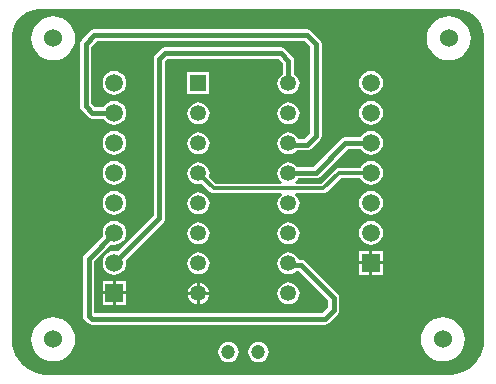
<source format=gbl>
G04*
G04 #@! TF.GenerationSoftware,Altium Limited,Altium Designer,20.1.8 (145)*
G04*
G04 Layer_Physical_Order=2*
G04 Layer_Color=16711680*
%FSAX24Y24*%
%MOIN*%
G70*
G04*
G04 #@! TF.SameCoordinates,3F2FBEFA-A0AD-4D30-A010-8835F8A90960*
G04*
G04*
G04 #@! TF.FilePolarity,Positive*
G04*
G01*
G75*
%ADD19C,0.0120*%
%ADD20C,0.0180*%
%ADD21C,0.0600*%
%ADD22R,0.0531X0.0531*%
%ADD23C,0.0531*%
%ADD24C,0.0591*%
%ADD25R,0.0591X0.0591*%
%ADD26C,0.0472*%
G36*
X038673Y031065D02*
X038852Y030990D01*
X039013Y030883D01*
X039150Y030746D01*
X039258Y030584D01*
X039332Y030405D01*
X039370Y030215D01*
X039370Y030118D01*
X039370Y030118D01*
X039370Y030118D01*
X039370Y020079D01*
X039370Y020001D01*
X039350Y019848D01*
X039310Y019698D01*
X039251Y019555D01*
X039173Y019421D01*
X039079Y019298D01*
X038969Y019189D01*
X038847Y019095D01*
X038712Y019017D01*
X038569Y018958D01*
X038420Y018918D01*
X038266Y018898D01*
X038189Y018898D01*
X024803Y018898D01*
X024726D01*
X024572Y018918D01*
X024423Y018958D01*
X024280Y019017D01*
X024146Y019095D01*
X024023Y019189D01*
X023913Y019298D01*
X023819Y019421D01*
X023742Y019555D01*
X023682Y019698D01*
X023642Y019848D01*
X023622Y020001D01*
Y020079D01*
X023622Y030118D01*
Y030215D01*
X023660Y030405D01*
X023734Y030584D01*
X023842Y030746D01*
X023979Y030883D01*
X024140Y030990D01*
X024319Y031065D01*
X024509Y031102D01*
X024606Y031102D01*
X024606Y031102D01*
X038386Y031102D01*
X038483Y031102D01*
X038673Y031065D01*
D02*
G37*
%LPC*%
G36*
X038189Y030852D02*
X038046Y030837D01*
X037908Y030796D01*
X037781Y030728D01*
X037670Y030637D01*
X037579Y030526D01*
X037511Y030399D01*
X037470Y030261D01*
X037456Y030118D01*
X037470Y029975D01*
X037511Y029837D01*
X037579Y029711D01*
X037670Y029599D01*
X037781Y029508D01*
X037908Y029440D01*
X038046Y029399D01*
X038189Y029385D01*
X038332Y029399D01*
X038470Y029440D01*
X038596Y029508D01*
X038708Y029599D01*
X038799Y029711D01*
X038867Y029837D01*
X038908Y029975D01*
X038922Y030118D01*
X038908Y030261D01*
X038867Y030399D01*
X038799Y030526D01*
X038708Y030637D01*
X038596Y030728D01*
X038470Y030796D01*
X038332Y030837D01*
X038189Y030852D01*
D02*
G37*
G36*
X025000D02*
X024857Y030837D01*
X024719Y030796D01*
X024593Y030728D01*
X024481Y030637D01*
X024390Y030526D01*
X024322Y030399D01*
X024281Y030261D01*
X024267Y030118D01*
X024281Y029975D01*
X024322Y029837D01*
X024390Y029711D01*
X024481Y029599D01*
X024593Y029508D01*
X024719Y029440D01*
X024857Y029399D01*
X025000Y029385D01*
X025143Y029399D01*
X025281Y029440D01*
X025407Y029508D01*
X025519Y029599D01*
X025610Y029711D01*
X025678Y029837D01*
X025719Y029975D01*
X025733Y030118D01*
X025719Y030261D01*
X025678Y030399D01*
X025610Y030526D01*
X025519Y030637D01*
X025407Y030728D01*
X025281Y030796D01*
X025143Y030837D01*
X025000Y030852D01*
D02*
G37*
G36*
X030209Y028978D02*
X029478D01*
Y028247D01*
X030209D01*
Y028978D01*
D02*
G37*
G36*
X032579Y029820D02*
X028740D01*
X028666Y029805D01*
X028603Y029763D01*
X028406Y029566D01*
X028364Y029503D01*
X028350Y029429D01*
Y024209D01*
X027153Y023012D01*
X027147Y023014D01*
X027044Y023028D01*
X026941Y023014D01*
X026844Y022974D01*
X026762Y022911D01*
X026698Y022828D01*
X026659Y022732D01*
X026645Y022629D01*
X026659Y022526D01*
X026698Y022430D01*
X026762Y022347D01*
X026844Y022284D01*
X026941Y022244D01*
X027044Y022230D01*
X027147Y022244D01*
X027243Y022284D01*
X027326Y022347D01*
X027389Y022430D01*
X027429Y022526D01*
X027442Y022629D01*
X027429Y022732D01*
X027426Y022738D01*
X028680Y023992D01*
X028722Y024054D01*
X028737Y024129D01*
Y029349D01*
X028820Y029432D01*
X032499D01*
X032650Y029281D01*
Y028925D01*
X032583Y028873D01*
X032524Y028797D01*
X032487Y028708D01*
X032475Y028613D01*
X032487Y028517D01*
X032524Y028428D01*
X032583Y028352D01*
X032659Y028293D01*
X032748Y028256D01*
X032844Y028244D01*
X032939Y028256D01*
X033028Y028293D01*
X033105Y028352D01*
X033163Y028428D01*
X033200Y028517D01*
X033213Y028613D01*
X033200Y028708D01*
X033163Y028797D01*
X033105Y028873D01*
X033037Y028925D01*
Y029361D01*
X033023Y029435D01*
X032981Y029498D01*
X032716Y029763D01*
X032653Y029805D01*
X032579Y029820D01*
D02*
G37*
G36*
X035594Y029028D02*
X035491Y029014D01*
X035394Y028974D01*
X035312Y028911D01*
X035248Y028828D01*
X035209Y028732D01*
X035195Y028629D01*
X035209Y028526D01*
X035248Y028430D01*
X035312Y028347D01*
X035394Y028284D01*
X035491Y028244D01*
X035594Y028230D01*
X035697Y028244D01*
X035793Y028284D01*
X035876Y028347D01*
X035939Y028430D01*
X035979Y028526D01*
X035992Y028629D01*
X035979Y028732D01*
X035939Y028828D01*
X035876Y028911D01*
X035793Y028974D01*
X035697Y029014D01*
X035594Y029028D01*
D02*
G37*
G36*
X027044D02*
X026941Y029014D01*
X026844Y028974D01*
X026762Y028911D01*
X026698Y028828D01*
X026659Y028732D01*
X026645Y028629D01*
X026659Y028526D01*
X026698Y028430D01*
X026762Y028347D01*
X026844Y028284D01*
X026941Y028244D01*
X027044Y028230D01*
X027147Y028244D01*
X027243Y028284D01*
X027326Y028347D01*
X027389Y028430D01*
X027429Y028526D01*
X027442Y028629D01*
X027429Y028732D01*
X027389Y028828D01*
X027326Y028911D01*
X027243Y028974D01*
X027147Y029014D01*
X027044Y029028D01*
D02*
G37*
G36*
X032844Y027982D02*
X032748Y027969D01*
X032659Y027932D01*
X032583Y027873D01*
X032524Y027797D01*
X032487Y027708D01*
X032475Y027613D01*
X032487Y027517D01*
X032524Y027428D01*
X032583Y027352D01*
X032659Y027293D01*
X032748Y027256D01*
X032844Y027244D01*
X032939Y027256D01*
X033028Y027293D01*
X033105Y027352D01*
X033163Y027428D01*
X033200Y027517D01*
X033213Y027613D01*
X033200Y027708D01*
X033163Y027797D01*
X033105Y027873D01*
X033028Y027932D01*
X032939Y027969D01*
X032844Y027982D01*
D02*
G37*
G36*
X029844D02*
X029748Y027969D01*
X029659Y027932D01*
X029583Y027873D01*
X029524Y027797D01*
X029487Y027708D01*
X029475Y027613D01*
X029487Y027517D01*
X029524Y027428D01*
X029583Y027352D01*
X029659Y027293D01*
X029748Y027256D01*
X029844Y027244D01*
X029939Y027256D01*
X030028Y027293D01*
X030105Y027352D01*
X030163Y027428D01*
X030200Y027517D01*
X030213Y027613D01*
X030200Y027708D01*
X030163Y027797D01*
X030105Y027873D01*
X030028Y027932D01*
X029939Y027969D01*
X029844Y027982D01*
D02*
G37*
G36*
X035594Y028028D02*
X035491Y028014D01*
X035394Y027974D01*
X035312Y027911D01*
X035248Y027828D01*
X035209Y027732D01*
X035195Y027629D01*
X035209Y027526D01*
X035248Y027430D01*
X035312Y027347D01*
X035394Y027284D01*
X035491Y027244D01*
X035594Y027230D01*
X035697Y027244D01*
X035793Y027284D01*
X035876Y027347D01*
X035939Y027430D01*
X035979Y027526D01*
X035992Y027629D01*
X035979Y027732D01*
X035939Y027828D01*
X035876Y027911D01*
X035793Y027974D01*
X035697Y028014D01*
X035594Y028028D01*
D02*
G37*
G36*
X033465Y030410D02*
X026378D01*
X026304Y030396D01*
X026241Y030354D01*
X025946Y030058D01*
X025904Y029995D01*
X025889Y029921D01*
Y027854D01*
X025904Y027780D01*
X025946Y027717D01*
X026171Y027492D01*
X026234Y027450D01*
X026308Y027435D01*
X026696D01*
X026698Y027430D01*
X026762Y027347D01*
X026844Y027284D01*
X026941Y027244D01*
X027044Y027230D01*
X027147Y027244D01*
X027243Y027284D01*
X027326Y027347D01*
X027389Y027430D01*
X027429Y027526D01*
X027442Y027629D01*
X027429Y027732D01*
X027389Y027828D01*
X027326Y027911D01*
X027243Y027974D01*
X027147Y028014D01*
X027044Y028028D01*
X026941Y028014D01*
X026844Y027974D01*
X026762Y027911D01*
X026698Y027828D01*
X026696Y027823D01*
X026388D01*
X026276Y027935D01*
Y029841D01*
X026458Y030023D01*
X033384D01*
X033566Y029841D01*
Y026950D01*
X033384Y026769D01*
X033175D01*
X033163Y026797D01*
X033105Y026873D01*
X033028Y026932D01*
X032939Y026969D01*
X032844Y026981D01*
X032748Y026969D01*
X032659Y026932D01*
X032583Y026873D01*
X032524Y026797D01*
X032487Y026708D01*
X032475Y026613D01*
X032487Y026517D01*
X032524Y026428D01*
X032583Y026352D01*
X032659Y026293D01*
X032748Y026256D01*
X032844Y026244D01*
X032939Y026256D01*
X033028Y026293D01*
X033105Y026352D01*
X033127Y026381D01*
X033465D01*
X033539Y026396D01*
X033602Y026438D01*
X033897Y026733D01*
X033939Y026796D01*
X033954Y026870D01*
Y029921D01*
X033939Y029995D01*
X033897Y030058D01*
X033602Y030354D01*
X033539Y030396D01*
X033465Y030410D01*
D02*
G37*
G36*
X029844Y026981D02*
X029748Y026969D01*
X029659Y026932D01*
X029583Y026873D01*
X029524Y026797D01*
X029487Y026708D01*
X029475Y026613D01*
X029487Y026517D01*
X029524Y026428D01*
X029583Y026352D01*
X029659Y026293D01*
X029748Y026256D01*
X029844Y026244D01*
X029939Y026256D01*
X030028Y026293D01*
X030105Y026352D01*
X030163Y026428D01*
X030200Y026517D01*
X030213Y026613D01*
X030200Y026708D01*
X030163Y026797D01*
X030105Y026873D01*
X030028Y026932D01*
X029939Y026969D01*
X029844Y026981D01*
D02*
G37*
G36*
X035594Y027028D02*
X035491Y027014D01*
X035394Y026974D01*
X035312Y026911D01*
X035248Y026828D01*
X035246Y026823D01*
X034739D01*
X034665Y026808D01*
X034602Y026766D01*
X033670Y025834D01*
X033135D01*
X033105Y025873D01*
X033028Y025932D01*
X032939Y025969D01*
X032844Y025982D01*
X032748Y025969D01*
X032659Y025932D01*
X032583Y025873D01*
X032524Y025797D01*
X032487Y025708D01*
X032475Y025613D01*
X032487Y025517D01*
X032524Y025428D01*
X032583Y025352D01*
X032620Y025323D01*
X032603Y025273D01*
X030414D01*
X030191Y025496D01*
X030200Y025517D01*
X030213Y025613D01*
X030200Y025708D01*
X030163Y025797D01*
X030105Y025873D01*
X030028Y025932D01*
X029939Y025969D01*
X029844Y025982D01*
X029748Y025969D01*
X029659Y025932D01*
X029583Y025873D01*
X029524Y025797D01*
X029487Y025708D01*
X029475Y025613D01*
X029487Y025517D01*
X029524Y025428D01*
X029583Y025352D01*
X029659Y025293D01*
X029748Y025256D01*
X029844Y025244D01*
X029939Y025256D01*
X029960Y025265D01*
X030231Y024995D01*
X030284Y024959D01*
X030346Y024947D01*
X032596D01*
X032613Y024897D01*
X032583Y024873D01*
X032524Y024797D01*
X032487Y024708D01*
X032475Y024613D01*
X032487Y024517D01*
X032524Y024428D01*
X032583Y024352D01*
X032659Y024293D01*
X032748Y024256D01*
X032844Y024244D01*
X032939Y024256D01*
X033028Y024293D01*
X033105Y024352D01*
X033163Y024428D01*
X033200Y024517D01*
X033213Y024613D01*
X033200Y024708D01*
X033163Y024797D01*
X033105Y024873D01*
X033074Y024897D01*
X033091Y024947D01*
X034010D01*
X034072Y024959D01*
X034125Y024995D01*
X034597Y025466D01*
X035233D01*
X035248Y025430D01*
X035312Y025347D01*
X035394Y025284D01*
X035491Y025244D01*
X035594Y025230D01*
X035697Y025244D01*
X035793Y025284D01*
X035876Y025347D01*
X035939Y025430D01*
X035979Y025526D01*
X035992Y025629D01*
X035979Y025732D01*
X035939Y025828D01*
X035876Y025911D01*
X035793Y025974D01*
X035697Y026014D01*
X035594Y026028D01*
X035491Y026014D01*
X035394Y025974D01*
X035312Y025911D01*
X035248Y025828D01*
X035233Y025792D01*
X034529D01*
X034467Y025780D01*
X034414Y025744D01*
X033942Y025273D01*
X033084D01*
X033067Y025323D01*
X033105Y025352D01*
X033163Y025428D01*
X033171Y025446D01*
X033750D01*
X033824Y025461D01*
X033887Y025503D01*
X034819Y026435D01*
X035246D01*
X035248Y026430D01*
X035312Y026347D01*
X035394Y026284D01*
X035491Y026244D01*
X035594Y026230D01*
X035697Y026244D01*
X035793Y026284D01*
X035876Y026347D01*
X035939Y026430D01*
X035979Y026526D01*
X035992Y026629D01*
X035979Y026732D01*
X035939Y026828D01*
X035876Y026911D01*
X035793Y026974D01*
X035697Y027014D01*
X035594Y027028D01*
D02*
G37*
G36*
X027044D02*
X026941Y027014D01*
X026844Y026974D01*
X026762Y026911D01*
X026698Y026828D01*
X026659Y026732D01*
X026645Y026629D01*
X026659Y026526D01*
X026698Y026430D01*
X026762Y026347D01*
X026844Y026284D01*
X026941Y026244D01*
X027044Y026230D01*
X027147Y026244D01*
X027243Y026284D01*
X027326Y026347D01*
X027389Y026430D01*
X027429Y026526D01*
X027442Y026629D01*
X027429Y026732D01*
X027389Y026828D01*
X027326Y026911D01*
X027243Y026974D01*
X027147Y027014D01*
X027044Y027028D01*
D02*
G37*
G36*
Y026028D02*
X026941Y026014D01*
X026844Y025974D01*
X026762Y025911D01*
X026698Y025828D01*
X026659Y025732D01*
X026645Y025629D01*
X026659Y025526D01*
X026698Y025430D01*
X026762Y025347D01*
X026844Y025284D01*
X026941Y025244D01*
X027044Y025230D01*
X027147Y025244D01*
X027243Y025284D01*
X027326Y025347D01*
X027389Y025430D01*
X027429Y025526D01*
X027442Y025629D01*
X027429Y025732D01*
X027389Y025828D01*
X027326Y025911D01*
X027243Y025974D01*
X027147Y026014D01*
X027044Y026028D01*
D02*
G37*
G36*
X029844Y024982D02*
X029748Y024969D01*
X029659Y024932D01*
X029583Y024873D01*
X029524Y024797D01*
X029487Y024708D01*
X029475Y024613D01*
X029487Y024517D01*
X029524Y024428D01*
X029583Y024352D01*
X029659Y024293D01*
X029748Y024256D01*
X029844Y024244D01*
X029939Y024256D01*
X030028Y024293D01*
X030105Y024352D01*
X030163Y024428D01*
X030200Y024517D01*
X030213Y024613D01*
X030200Y024708D01*
X030163Y024797D01*
X030105Y024873D01*
X030028Y024932D01*
X029939Y024969D01*
X029844Y024982D01*
D02*
G37*
G36*
X035594Y025028D02*
X035491Y025014D01*
X035394Y024974D01*
X035312Y024911D01*
X035248Y024828D01*
X035209Y024732D01*
X035195Y024629D01*
X035209Y024526D01*
X035248Y024430D01*
X035312Y024347D01*
X035394Y024284D01*
X035491Y024244D01*
X035594Y024230D01*
X035697Y024244D01*
X035793Y024284D01*
X035876Y024347D01*
X035939Y024430D01*
X035979Y024526D01*
X035992Y024629D01*
X035979Y024732D01*
X035939Y024828D01*
X035876Y024911D01*
X035793Y024974D01*
X035697Y025014D01*
X035594Y025028D01*
D02*
G37*
G36*
X027044D02*
X026941Y025014D01*
X026844Y024974D01*
X026762Y024911D01*
X026698Y024828D01*
X026659Y024732D01*
X026645Y024629D01*
X026659Y024526D01*
X026698Y024430D01*
X026762Y024347D01*
X026844Y024284D01*
X026941Y024244D01*
X027044Y024230D01*
X027147Y024244D01*
X027243Y024284D01*
X027326Y024347D01*
X027389Y024430D01*
X027429Y024526D01*
X027442Y024629D01*
X027429Y024732D01*
X027389Y024828D01*
X027326Y024911D01*
X027243Y024974D01*
X027147Y025014D01*
X027044Y025028D01*
D02*
G37*
G36*
X032844Y023981D02*
X032748Y023969D01*
X032659Y023932D01*
X032583Y023873D01*
X032524Y023797D01*
X032487Y023708D01*
X032475Y023613D01*
X032487Y023517D01*
X032524Y023428D01*
X032583Y023352D01*
X032659Y023293D01*
X032748Y023256D01*
X032844Y023244D01*
X032939Y023256D01*
X033028Y023293D01*
X033105Y023352D01*
X033163Y023428D01*
X033200Y023517D01*
X033213Y023613D01*
X033200Y023708D01*
X033163Y023797D01*
X033105Y023873D01*
X033028Y023932D01*
X032939Y023969D01*
X032844Y023981D01*
D02*
G37*
G36*
X029844D02*
X029748Y023969D01*
X029659Y023932D01*
X029583Y023873D01*
X029524Y023797D01*
X029487Y023708D01*
X029475Y023613D01*
X029487Y023517D01*
X029524Y023428D01*
X029583Y023352D01*
X029659Y023293D01*
X029748Y023256D01*
X029844Y023244D01*
X029939Y023256D01*
X030028Y023293D01*
X030105Y023352D01*
X030163Y023428D01*
X030200Y023517D01*
X030213Y023613D01*
X030200Y023708D01*
X030163Y023797D01*
X030105Y023873D01*
X030028Y023932D01*
X029939Y023969D01*
X029844Y023981D01*
D02*
G37*
G36*
X035594Y024028D02*
X035491Y024014D01*
X035394Y023974D01*
X035312Y023911D01*
X035248Y023828D01*
X035209Y023732D01*
X035195Y023629D01*
X035209Y023526D01*
X035248Y023430D01*
X035312Y023347D01*
X035394Y023284D01*
X035491Y023244D01*
X035594Y023230D01*
X035697Y023244D01*
X035793Y023284D01*
X035876Y023347D01*
X035939Y023430D01*
X035979Y023526D01*
X035992Y023629D01*
X035979Y023732D01*
X035939Y023828D01*
X035876Y023911D01*
X035793Y023974D01*
X035697Y024014D01*
X035594Y024028D01*
D02*
G37*
G36*
X027044D02*
X026941Y024014D01*
X026844Y023974D01*
X026762Y023911D01*
X026698Y023828D01*
X026659Y023732D01*
X026645Y023629D01*
X026659Y023526D01*
X026661Y023520D01*
X026044Y022903D01*
X026002Y022840D01*
X025987Y022766D01*
Y020873D01*
X026002Y020799D01*
X026044Y020736D01*
X026150Y020631D01*
X026212Y020589D01*
X026287Y020574D01*
X034055D01*
X034129Y020589D01*
X034192Y020631D01*
X034487Y020926D01*
X034529Y020989D01*
X034544Y021063D01*
Y021457D01*
X034529Y021531D01*
X034487Y021594D01*
X033399Y022682D01*
X033336Y022724D01*
X033262Y022739D01*
X033187D01*
X033163Y022797D01*
X033105Y022873D01*
X033028Y022932D01*
X032939Y022969D01*
X032844Y022982D01*
X032748Y022969D01*
X032659Y022932D01*
X032583Y022873D01*
X032524Y022797D01*
X032487Y022708D01*
X032475Y022613D01*
X032487Y022517D01*
X032524Y022428D01*
X032583Y022352D01*
X032659Y022293D01*
X032748Y022256D01*
X032844Y022244D01*
X032939Y022256D01*
X033028Y022293D01*
X033104Y022352D01*
X033182D01*
X034157Y021376D01*
Y021143D01*
X033975Y020961D01*
X026375D01*
Y022686D01*
X026935Y023246D01*
X026941Y023244D01*
X027044Y023230D01*
X027147Y023244D01*
X027243Y023284D01*
X027326Y023347D01*
X027389Y023430D01*
X027429Y023526D01*
X027442Y023629D01*
X027429Y023732D01*
X027389Y023828D01*
X027326Y023911D01*
X027243Y023974D01*
X027147Y024014D01*
X027044Y024028D01*
D02*
G37*
G36*
X035989Y023024D02*
X035644D01*
Y022679D01*
X035989D01*
Y023024D01*
D02*
G37*
G36*
X035544D02*
X035198D01*
Y022679D01*
X035544D01*
Y023024D01*
D02*
G37*
G36*
X029844Y022982D02*
X029748Y022969D01*
X029659Y022932D01*
X029583Y022873D01*
X029524Y022797D01*
X029487Y022708D01*
X029475Y022613D01*
X029487Y022517D01*
X029524Y022428D01*
X029583Y022352D01*
X029659Y022293D01*
X029748Y022256D01*
X029844Y022244D01*
X029939Y022256D01*
X030028Y022293D01*
X030105Y022352D01*
X030163Y022428D01*
X030200Y022517D01*
X030213Y022613D01*
X030200Y022708D01*
X030163Y022797D01*
X030105Y022873D01*
X030028Y022932D01*
X029939Y022969D01*
X029844Y022982D01*
D02*
G37*
G36*
X035989Y022579D02*
X035644D01*
Y022234D01*
X035989D01*
Y022579D01*
D02*
G37*
G36*
X035544D02*
X035198D01*
Y022234D01*
X035544D01*
Y022579D01*
D02*
G37*
G36*
X027439Y022024D02*
X027094D01*
Y021679D01*
X027439D01*
Y022024D01*
D02*
G37*
G36*
X026994D02*
X026648D01*
Y021679D01*
X026994D01*
Y022024D01*
D02*
G37*
G36*
X029894Y021975D02*
Y021663D01*
X030206D01*
X030200Y021708D01*
X030163Y021797D01*
X030105Y021873D01*
X030028Y021932D01*
X029939Y021969D01*
X029894Y021975D01*
D02*
G37*
G36*
X029794D02*
X029748Y021969D01*
X029659Y021932D01*
X029583Y021873D01*
X029524Y021797D01*
X029487Y021708D01*
X029481Y021663D01*
X029794D01*
Y021975D01*
D02*
G37*
G36*
X030206Y021563D02*
X029894D01*
Y021250D01*
X029939Y021256D01*
X030028Y021293D01*
X030105Y021352D01*
X030163Y021428D01*
X030200Y021517D01*
X030206Y021563D01*
D02*
G37*
G36*
X029794D02*
X029481D01*
X029487Y021517D01*
X029524Y021428D01*
X029583Y021352D01*
X029659Y021293D01*
X029748Y021256D01*
X029794Y021250D01*
Y021563D01*
D02*
G37*
G36*
X032844Y021981D02*
X032748Y021969D01*
X032659Y021932D01*
X032583Y021873D01*
X032524Y021797D01*
X032487Y021708D01*
X032475Y021613D01*
X032487Y021517D01*
X032524Y021428D01*
X032583Y021352D01*
X032659Y021293D01*
X032748Y021256D01*
X032844Y021244D01*
X032939Y021256D01*
X033028Y021293D01*
X033105Y021352D01*
X033163Y021428D01*
X033200Y021517D01*
X033213Y021613D01*
X033200Y021708D01*
X033163Y021797D01*
X033105Y021873D01*
X033028Y021932D01*
X032939Y021969D01*
X032844Y021981D01*
D02*
G37*
G36*
X027439Y021579D02*
X027094D01*
Y021234D01*
X027439D01*
Y021579D01*
D02*
G37*
G36*
X026994D02*
X026648D01*
Y021234D01*
X026994D01*
Y021579D01*
D02*
G37*
G36*
X037992Y020812D02*
X037849Y020798D01*
X037711Y020756D01*
X037585Y020689D01*
X037473Y020597D01*
X037382Y020486D01*
X037315Y020359D01*
X037273Y020222D01*
X037259Y020079D01*
X037273Y019936D01*
X037315Y019798D01*
X037382Y019671D01*
X037473Y019560D01*
X037585Y019469D01*
X037711Y019401D01*
X037849Y019359D01*
X037992Y019345D01*
X038135Y019359D01*
X038273Y019401D01*
X038400Y019469D01*
X038511Y019560D01*
X038602Y019671D01*
X038670Y019798D01*
X038711Y019936D01*
X038726Y020079D01*
X038711Y020222D01*
X038670Y020359D01*
X038602Y020486D01*
X038511Y020597D01*
X038400Y020689D01*
X038273Y020756D01*
X038135Y020798D01*
X037992Y020812D01*
D02*
G37*
G36*
X025000D02*
X024857Y020798D01*
X024719Y020756D01*
X024593Y020689D01*
X024481Y020597D01*
X024390Y020486D01*
X024322Y020359D01*
X024281Y020222D01*
X024267Y020079D01*
X024281Y019936D01*
X024322Y019798D01*
X024390Y019671D01*
X024481Y019560D01*
X024593Y019469D01*
X024719Y019401D01*
X024857Y019359D01*
X025000Y019345D01*
X025143Y019359D01*
X025281Y019401D01*
X025407Y019469D01*
X025519Y019560D01*
X025610Y019671D01*
X025678Y019798D01*
X025719Y019936D01*
X025733Y020079D01*
X025719Y020222D01*
X025678Y020359D01*
X025610Y020486D01*
X025519Y020597D01*
X025407Y020689D01*
X025281Y020756D01*
X025143Y020798D01*
X025000Y020812D01*
D02*
G37*
G36*
X031844Y019995D02*
X031756Y019984D01*
X031674Y019950D01*
X031604Y019896D01*
X031550Y019826D01*
X031516Y019744D01*
X031505Y019656D01*
X031516Y019569D01*
X031550Y019487D01*
X031604Y019417D01*
X031674Y019363D01*
X031756Y019329D01*
X031844Y019317D01*
X031931Y019329D01*
X032013Y019363D01*
X032083Y019417D01*
X032137Y019487D01*
X032171Y019569D01*
X032183Y019656D01*
X032171Y019744D01*
X032137Y019826D01*
X032083Y019896D01*
X032013Y019950D01*
X031931Y019984D01*
X031844Y019995D01*
D02*
G37*
G36*
X030844D02*
X030756Y019984D01*
X030674Y019950D01*
X030604Y019896D01*
X030550Y019826D01*
X030516Y019744D01*
X030505Y019656D01*
X030516Y019569D01*
X030550Y019487D01*
X030604Y019417D01*
X030674Y019363D01*
X030756Y019329D01*
X030844Y019317D01*
X030931Y019329D01*
X031013Y019363D01*
X031084Y019417D01*
X031137Y019487D01*
X031171Y019569D01*
X031183Y019656D01*
X031171Y019744D01*
X031137Y019826D01*
X031084Y019896D01*
X031013Y019950D01*
X030931Y019984D01*
X030844Y019995D01*
D02*
G37*
%LPD*%
D19*
X029844Y025613D02*
X030346Y025110D01*
X034010D01*
X034529Y025629D02*
X035594D01*
X034010Y025110D02*
X034529Y025629D01*
D20*
X034739Y026629D02*
X035594D01*
X032871Y025640D02*
X033750D01*
X034739Y026629D01*
X032844Y025613D02*
X032871Y025640D01*
X028543Y029429D02*
X028740Y029626D01*
X027044Y022629D02*
X028543Y024129D01*
X028740Y029626D02*
X032579D01*
X028543Y024129D02*
Y029429D01*
X032882Y026575D02*
X033465D01*
X033760Y026870D01*
X032844Y026613D02*
X032882Y026575D01*
X033760Y026870D02*
Y029921D01*
X032844Y023613D02*
X032911Y023680D01*
X033465Y030217D02*
X033760Y029921D01*
X026083Y029921D02*
X026378Y030217D01*
X033465D01*
X026083Y027854D02*
Y029921D01*
X026308Y027629D02*
X027044D01*
X026083Y027854D02*
X026308Y027629D01*
X032844Y022613D02*
X032911Y022545D01*
X033262D01*
X034350Y021457D01*
Y021063D02*
Y021457D01*
X034055Y020768D02*
X034350Y021063D01*
X026287Y020768D02*
X034055D01*
X026181Y020873D02*
Y022766D01*
Y020873D02*
X026287Y020768D01*
X026181Y022766D02*
X027044Y023629D01*
X032844Y028613D02*
Y029361D01*
X032579Y029626D02*
X032844Y029361D01*
D21*
X025000Y030118D02*
D03*
X037992Y020079D02*
D03*
X038189Y030118D02*
D03*
X025000Y020079D02*
D03*
D22*
X029844Y028613D02*
D03*
D23*
Y027613D02*
D03*
Y026613D02*
D03*
Y025613D02*
D03*
Y024613D02*
D03*
Y023613D02*
D03*
Y022613D02*
D03*
Y021613D02*
D03*
X032844D02*
D03*
Y022613D02*
D03*
Y023613D02*
D03*
Y024613D02*
D03*
Y025613D02*
D03*
Y026613D02*
D03*
Y027613D02*
D03*
Y028613D02*
D03*
D24*
X035594Y028629D02*
D03*
Y027629D02*
D03*
Y026629D02*
D03*
Y025629D02*
D03*
Y023629D02*
D03*
Y024629D02*
D03*
X027044Y022629D02*
D03*
Y023629D02*
D03*
Y024629D02*
D03*
Y025629D02*
D03*
Y026629D02*
D03*
Y027629D02*
D03*
Y028629D02*
D03*
D25*
X035594Y022629D02*
D03*
X027044Y021629D02*
D03*
D26*
X030844Y019656D02*
D03*
X031844D02*
D03*
M02*

</source>
